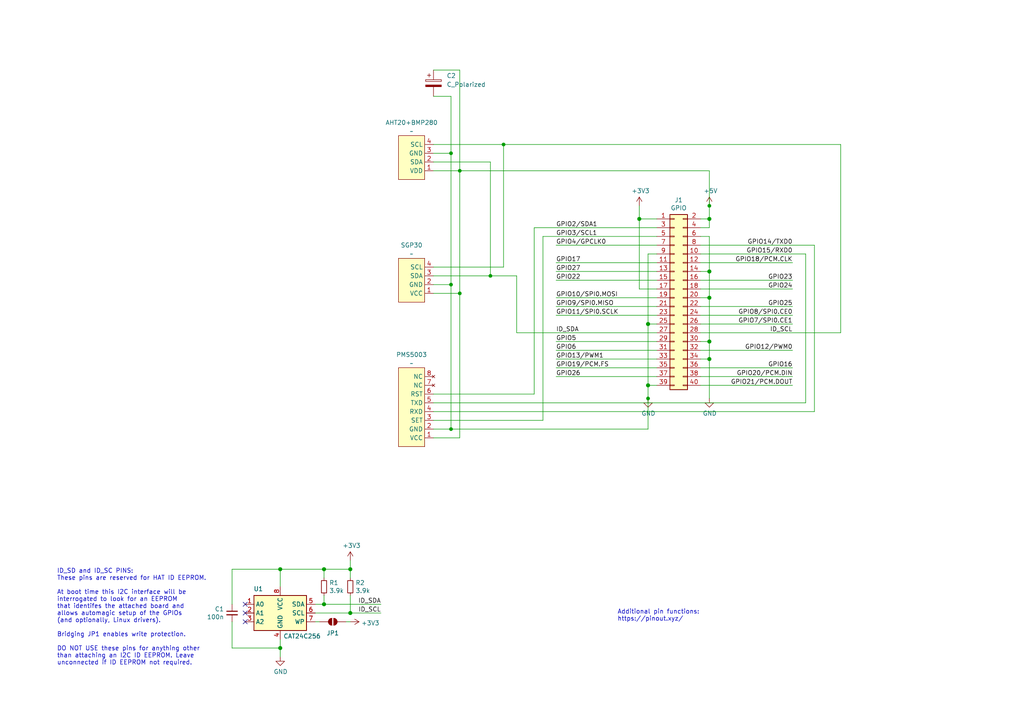
<source format=kicad_sch>
(kicad_sch (version 20250114) (generator "eeschema") (generator_version "9.0")
  (paper "A4")
  (title_block (date "15 nov 2012"))
  (lib_symbols
    (symbol "Connector_Generic:Conn_02x20_Odd_Even" (pin_names (offset 1.016) (hide yes))
      (property "Reference" "J" (at 1.27 25.4 0))
      (property "Value" "Conn_02x20_Odd_Even" (at 1.27 -27.94 0))
      (symbol "Conn_02x20_Odd_Even_1_1"
        (rectangle (start -1.27 24.13) (end 3.81 -26.67) (stroke (width 0.254)) (fill (type background)))
        (rectangle (start -1.27 22.987) (end 0 22.733) (stroke (width 0.1524)))
        (rectangle (start -1.27 20.447) (end 0 20.193) (stroke (width 0.1524)))
        (rectangle (start -1.27 17.907) (end 0 17.653) (stroke (width 0.1524)))
        (rectangle (start -1.27 15.367) (end 0 15.113) (stroke (width 0.1524)))
        (rectangle (start -1.27 12.827) (end 0 12.573) (stroke (width 0.1524)))
        (rectangle (start -1.27 10.287) (end 0 10.033) (stroke (width 0.1524)))
        (rectangle (start -1.27 7.747) (end 0 7.493) (stroke (width 0.1524)))
        (rectangle (start -1.27 5.207) (end 0 4.953) (stroke (width 0.1524)))
        (rectangle (start -1.27 2.667) (end 0 2.413) (stroke (width 0.1524)))
        (rectangle (start -1.27 0.127) (end 0 -0.127) (stroke (width 0.1524)))
        (rectangle (start -1.27 -2.413) (end 0 -2.667) (stroke (width 0.1524)))
        (rectangle (start -1.27 -4.953) (end 0 -5.207) (stroke (width 0.1524)))
        (rectangle (start -1.27 -7.493) (end 0 -7.747) (stroke (width 0.1524)))
        (rectangle (start -1.27 -10.033) (end 0 -10.287) (stroke (width 0.1524)))
        (rectangle (start -1.27 -12.573) (end 0 -12.827) (stroke (width 0.1524)))
        (rectangle (start -1.27 -15.113) (end 0 -15.367) (stroke (width 0.1524)))
        (rectangle (start -1.27 -17.653) (end 0 -17.907) (stroke (width 0.1524)))
        (rectangle (start -1.27 -20.193) (end 0 -20.447) (stroke (width 0.1524)))
        (rectangle (start -1.27 -22.733) (end 0 -22.987) (stroke (width 0.1524)))
        (rectangle (start -1.27 -25.273) (end 0 -25.527) (stroke (width 0.1524)))
        (rectangle (start 3.81 22.987) (end 2.54 22.733) (stroke (width 0.1524)))
        (rectangle (start 3.81 20.447) (end 2.54 20.193) (stroke (width 0.1524)))
        (rectangle (start 3.81 17.907) (end 2.54 17.653) (stroke (width 0.1524)))
        (rectangle (start 3.81 15.367) (end 2.54 15.113) (stroke (width 0.1524)))
        (rectangle (start 3.81 12.827) (end 2.54 12.573) (stroke (width 0.1524)))
        (rectangle (start 3.81 10.287) (end 2.54 10.033) (stroke (width 0.1524)))
        (rectangle (start 3.81 7.747) (end 2.54 7.493) (stroke (width 0.1524)))
        (rectangle (start 3.81 5.207) (end 2.54 4.953) (stroke (width 0.1524)))
        (rectangle (start 3.81 2.667) (end 2.54 2.413) (stroke (width 0.1524)))
        (rectangle (start 3.81 0.127) (end 2.54 -0.127) (stroke (width 0.1524)))
        (rectangle (start 3.81 -2.413) (end 2.54 -2.667) (stroke (width 0.1524)))
        (rectangle (start 3.81 -4.953) (end 2.54 -5.207) (stroke (width 0.1524)))
        (rectangle (start 3.81 -7.493) (end 2.54 -7.747) (stroke (width 0.1524)))
        (rectangle (start 3.81 -10.033) (end 2.54 -10.287) (stroke (width 0.1524)))
        (rectangle (start 3.81 -12.573) (end 2.54 -12.827) (stroke (width 0.1524)))
        (rectangle (start 3.81 -15.113) (end 2.54 -15.367) (stroke (width 0.1524)))
        (rectangle (start 3.81 -17.653) (end 2.54 -17.907) (stroke (width 0.1524)))
        (rectangle (start 3.81 -20.193) (end 2.54 -20.447) (stroke (width 0.1524)))
        (rectangle (start 3.81 -22.733) (end 2.54 -22.987) (stroke (width 0.1524)))
        (rectangle (start 3.81 -25.273) (end 2.54 -25.527) (stroke (width 0.1524)))
        (pin passive line (at -5.08 22.86 0) (length 3.81) (name "Pin_1") (number "1"))
        (pin passive line (at -5.08 20.32 0) (length 3.81) (name "Pin_3") (number "3"))
        (pin passive line (at -5.08 17.78 0) (length 3.81) (name "Pin_5") (number "5"))
        (pin passive line (at -5.08 15.24 0) (length 3.81) (name "Pin_7") (number "7"))
        (pin passive line (at -5.08 12.7 0) (length 3.81) (name "Pin_9") (number "9"))
        (pin passive line (at -5.08 10.16 0) (length 3.81) (name "Pin_11") (number "11"))
        (pin passive line (at -5.08 7.62 0) (length 3.81) (name "Pin_13") (number "13"))
        (pin passive line (at -5.08 5.08 0) (length 3.81) (name "Pin_15") (number "15"))
        (pin passive line (at -5.08 2.54 0) (length 3.81) (name "Pin_17") (number "17"))
        (pin passive line (at -5.08 0 0) (length 3.81) (name "Pin_19") (number "19"))
        (pin passive line (at -5.08 -2.54 0) (length 3.81) (name "Pin_21") (number "21"))
        (pin passive line (at -5.08 -5.08 0) (length 3.81) (name "Pin_23") (number "23"))
        (pin passive line (at -5.08 -7.62 0) (length 3.81) (name "Pin_25") (number "25"))
        (pin passive line (at -5.08 -10.16 0) (length 3.81) (name "Pin_27") (number "27"))
        (pin passive line (at -5.08 -12.7 0) (length 3.81) (name "Pin_29") (number "29"))
        (pin passive line (at -5.08 -15.24 0) (length 3.81) (name "Pin_31") (number "31"))
        (pin passive line (at -5.08 -17.78 0) (length 3.81) (name "Pin_33") (number "33"))
        (pin passive line (at -5.08 -20.32 0) (length 3.81) (name "Pin_35") (number "35"))
        (pin passive line (at -5.08 -22.86 0) (length 3.81) (name "Pin_37") (number "37"))
        (pin passive line (at -5.08 -25.4 0) (length 3.81) (name "Pin_39") (number "39"))
        (pin passive line (at 7.62 22.86 180) (length 3.81) (name "Pin_2") (number "2"))
        (pin passive line (at 7.62 20.32 180) (length 3.81) (name "Pin_4") (number "4"))
        (pin passive line (at 7.62 17.78 180) (length 3.81) (name "Pin_6") (number "6"))
        (pin passive line (at 7.62 15.24 180) (length 3.81) (name "Pin_8") (number "8"))
        (pin passive line (at 7.62 12.7 180) (length 3.81) (name "Pin_10") (number "10"))
        (pin passive line (at 7.62 10.16 180) (length 3.81) (name "Pin_12") (number "12"))
        (pin passive line (at 7.62 7.62 180) (length 3.81) (name "Pin_14") (number "14"))
        (pin passive line (at 7.62 5.08 180) (length 3.81) (name "Pin_16") (number "16"))
        (pin passive line (at 7.62 2.54 180) (length 3.81) (name "Pin_18") (number "18"))
        (pin passive line (at 7.62 0 180) (length 3.81) (name "Pin_20") (number "20"))
        (pin passive line (at 7.62 -2.54 180) (length 3.81) (name "Pin_22") (number "22"))
        (pin passive line (at 7.62 -5.08 180) (length 3.81) (name "Pin_24") (number "24"))
        (pin passive line (at 7.62 -7.62 180) (length 3.81) (name "Pin_26") (number "26"))
        (pin passive line (at 7.62 -10.16 180) (length 3.81) (name "Pin_28") (number "28"))
        (pin passive line (at 7.62 -12.7 180) (length 3.81) (name "Pin_30") (number "30"))
        (pin passive line (at 7.62 -15.24 180) (length 3.81) (name "Pin_32") (number "32"))
        (pin passive line (at 7.62 -17.78 180) (length 3.81) (name "Pin_34") (number "34"))
        (pin passive line (at 7.62 -20.32 180) (length 3.81) (name "Pin_36") (number "36"))
        (pin passive line (at 7.62 -22.86 180) (length 3.81) (name "Pin_38") (number "38"))
        (pin passive line (at 7.62 -25.4 180) (length 3.81) (name "Pin_40") (number "40"))
      )
    )
    (symbol "Device:C_Polarized" (pin_numbers (hide yes)) (pin_names (offset 0.254))
      (property "Reference" "C" (at 0.635 2.54 0))
      (property "Value" "C_Polarized" (at 0.635 -2.54 0))
      (symbol "C_Polarized_0_1"
        (rectangle (start -2.286 0.508) (end 2.286 1.016))
        (polyline (pts (xy -1.778 2.286) (xy -0.762 2.286)))
        (polyline (pts (xy -1.27 2.794) (xy -1.27 1.778)))
        (rectangle (start 2.286 -0.508) (end -2.286 -1.016) (fill (type outline)))
      )
      (symbol "C_Polarized_1_1"
        (pin passive line (at 0 3.81 270) (length 2.794) (name "~") (number "1"))
        (pin passive line (at 0 -3.81 90) (length 2.794) (name "~") (number "2"))
      )
    )
    (symbol "Device:C_Small" (pin_numbers (hide yes)) (pin_names (offset 0.254) (hide yes))
      (property "Reference" "C" (at 0.254 1.778 0))
      (property "Value" "C_Small" (at 0.254 -2.032 0))
      (symbol "C_Small_0_1"
        (polyline (pts (xy -1.524 0.508) (xy 1.524 0.508)) (stroke (width 0.3048)))
        (polyline (pts (xy -1.524 -0.508) (xy 1.524 -0.508)) (stroke (width 0.3302)))
      )
      (symbol "C_Small_1_1"
        (pin passive line (at 0 2.54 270) (length 2.032) (name "~") (number "1"))
        (pin passive line (at 0 -2.54 90) (length 2.032) (name "~") (number "2"))
      )
    )
    (symbol "Device:R_Small" (pin_numbers (hide yes)) (pin_names (offset 0.254) (hide yes))
      (property "Reference" "R" (at 0.762 0.508 0))
      (property "Value" "R_Small" (at 0.762 -1.016 0))
      (symbol "R_Small_0_1"
        (rectangle (start -0.762 1.778) (end 0.762 -1.778) (stroke (width 0.2032)))
      )
      (symbol "R_Small_1_1"
        (pin passive line (at 0 2.54 270) (length 0.762) (name "~") (number "1"))
        (pin passive line (at 0 -2.54 90) (length 0.762) (name "~") (number "2"))
      )
    )
    (symbol "Jumper:SolderJumper_2_Open" (pin_numbers (hide yes)) (pin_names (offset 0) (hide yes)) (exclude_from_sim yes) (in_bom no)
      (property "Reference" "JP" (at 0 2.032 0))
      (property "Value" "SolderJumper_2_Open" (at 0 -2.54 0))
      (symbol "SolderJumper_2_Open_0_1"
        (polyline (pts (xy -0.254 1.016) (xy -0.254 -1.016)))
        (arc (start -0.254 -1.016) (mid -1.2656 0) (end -0.254 1.016))
        (arc (start -0.254 -1.016) (mid -1.2656 0) (end -0.254 1.016) (fill (type outline)))
        (arc (start 0.254 1.016) (mid 1.2656 0) (end 0.254 -1.016))
        (arc (start 0.254 1.016) (mid 1.2656 0) (end 0.254 -1.016) (fill (type outline)))
        (polyline (pts (xy 0.254 1.016) (xy 0.254 -1.016)))
      )
      (symbol "SolderJumper_2_Open_1_1"
        (pin passive line (at -3.81 0 0) (length 2.54) (name "A") (number "1"))
        (pin passive line (at 3.81 0 180) (length 2.54) (name "B") (number "2"))
      )
    )
    (symbol "Memory_EEPROM:CAT24C256"
      (property "Reference" "U" (at -6.35 6.35 0))
      (property "Value" "CAT24C256" (at 1.27 6.35 0))
      (symbol "CAT24C256_1_1"
        (rectangle (start -7.62 5.08) (end 7.62 -5.08) (stroke (width 0.254)) (fill (type background)))
        (pin input line (at -10.16 2.54 0) (length 2.54) (name "A0") (number "1"))
        (pin input line (at -10.16 0 0) (length 2.54) (name "A1") (number "2"))
        (pin input line (at -10.16 -2.54 0) (length 2.54) (name "A2") (number "3"))
        (pin power_in line (at 0 7.62 270) (length 2.54) (name "VCC") (number "8"))
        (pin power_in line (at 0 -7.62 90) (length 2.54) (name "GND") (number "4"))
        (pin bidirectional line (at 10.16 2.54 180) (length 2.54) (name "SDA") (number "5"))
        (pin input line (at 10.16 0 180) (length 2.54) (name "SCL") (number "6"))
        (pin input line (at 10.16 -2.54 180) (length 2.54) (name "WP") (number "7"))
      )
    )
    (symbol "My_Library:AHT20_+_BMP280"
      (property "Reference" "U" (at 0 0 0))
      (symbol "AHT20_+_BMP280_1_1"
        (rectangle (start 2.54 2.54) (end 10.16 -10.16) (fill (type background)))
        (pin power_in line (at 0 0 0) (length 2.54) (name "VDD") (number "1"))
        (pin bidirectional line (at 0 -2.54 0) (length 2.54) (name "SDA") (number "2"))
        (pin power_in line (at 0 -5.08 0) (length 2.54) (name "GND") (number "3"))
        (pin bidirectional line (at 0 -7.62 0) (length 2.54) (name "SCL") (number "4"))
      )
    )
    (symbol "My_Library:PMS5003"
      (property "Reference" "U" (at 0 0 0))
      (symbol "PMS5003_1_1"
        (rectangle (start 2.54 2.54) (end 10.16 -20.32) (fill (type background)))
        (pin power_in line (at 0 0 0) (length 2.54) (name "VCC") (number "1"))
        (pin power_in line (at 0 -2.54 0) (length 2.54) (name "GND") (number "2"))
        (pin bidirectional line (at 0 -5.08 0) (length 2.54) (name "SET") (number "3"))
        (pin bidirectional line (at 0 -7.62 0) (length 2.54) (name "RXD") (number "4"))
        (pin bidirectional line (at 0 -10.16 0) (length 2.54) (name "TXD") (number "5"))
        (pin bidirectional line (at 0 -12.7 0) (length 2.54) (name "RST") (number "6"))
        (pin no_connect line (at 0 -15.24 0) (length 2.54) (name "NC") (number "7"))
        (pin no_connect line (at 0 -17.78 0) (length 2.54) (name "NC") (number "8"))
      )
    )
    (symbol "My_Library:SGP30"
      (property "Reference" "U" (at 0 0 0))
      (symbol "SGP30_1_1"
        (rectangle (start 2.54 2.54) (end 10.16 -10.16) (fill (type background)))
        (pin power_in line (at 0 0 0) (length 2.54) (name "VCC") (number "1"))
        (pin power_in line (at 0 -2.54 0) (length 2.54) (name "GND") (number "2"))
        (pin bidirectional line (at 0 -5.08 0) (length 2.54) (name "SDA") (number "3"))
        (pin bidirectional line (at 0 -7.62 0) (length 2.54) (name "SCL") (number "4"))
      )
    )
    (symbol "power:+3.3V" (power) (pin_numbers (hide yes)) (pin_names (offset 0) (hide yes))
      (property "Value" "+3.3V" (at 0 3.556 0))
      (symbol "+3.3V_0_1"
        (polyline (pts (xy -0.762 1.27) (xy 0 2.54)))
        (polyline (pts (xy 0 2.54) (xy 0.762 1.27)))
        (polyline (pts (xy 0 0) (xy 0 2.54)))
      )
      (symbol "+3.3V_1_1"
        (pin power_in line (at 0 0 90) (length 0) (name "~") (number "1"))
      )
    )
    (symbol "power:+5V" (power) (pin_numbers (hide yes)) (pin_names (offset 0) (hide yes))
      (property "Value" "+5V" (at 0 3.556 0))
      (symbol "+5V_0_1"
        (polyline (pts (xy -0.762 1.27) (xy 0 2.54)))
        (polyline (pts (xy 0 2.54) (xy 0.762 1.27)))
        (polyline (pts (xy 0 0) (xy 0 2.54)))
      )
      (symbol "+5V_1_1"
        (pin power_in line (at 0 0 90) (length 0) (name "~") (number "1"))
      )
    )
    (symbol "power:GND" (power) (pin_numbers (hide yes)) (pin_names (offset 0) (hide yes))
      (property "Value" "GND" (at 0 -3.81 0))
      (symbol "GND_0_1"
        (polyline (pts (xy 0 0) (xy 0 -1.27) (xy 1.27 -1.27) (xy 0 -2.54) (xy -1.27 -1.27) (xy 0 -1.27)))
      )
      (symbol "GND_1_1"
        (pin power_in line (at 0 0 270) (length 0) (name "~") (number "1"))
      )
    )
  )
  (text "Additional pin functions:\nhttps://pinout.xyz/" (at 179.07 180.34 0) (effects (font (size 1.27 1.27)) (justify left bottom)))
  (text "ID_SD and ID_SC PINS:\nThese pins are reserved for HAT ID EEPROM.\n\nAt boot time this I2C interface will be\ninterrogated to look for an EEPROM\nthat identifes the attached board and\nallows automagic setup of the GPIOs\n(and optionally, Linux drivers).\n\nBridging JP1 enables write protection.\n\nDO NOT USE these pins for anything other\nthan attaching an I2C ID EEPROM. Leave\nunconnected if ID EEPROM not required." (at 16.51 193.04 0) (effects (font (size 1.27 1.27)) (justify left bottom)))
  (junction (at 93.98 175.26) (diameter 1.016))
  (junction (at 205.74 63.5) (diameter 1.016))
  (junction (at 81.28 187.96) (diameter 1.016))
  (junction (at 205.74 78.74) (diameter 1.016))
  (junction (at 81.28 165.1) (diameter 1.016))
  (junction (at 130.81 82.55))
  (junction (at 101.6 165.1) (diameter 1.016))
  (junction (at 133.35 85.09))
  (junction (at 146.05 41.91))
  (junction (at 187.96 111.76) (diameter 1.016))
  (junction (at 187.96 93.98) (diameter 1.016))
  (junction (at 133.35 49.53))
  (junction (at 205.74 104.14) (diameter 1.016))
  (junction (at 130.81 44.45))
  (junction (at 142.24 80.01))
  (junction (at 205.74 99.06) (diameter 1.016))
  (junction (at 205.74 59.69))
  (junction (at 205.74 86.36) (diameter 1.016))
  (junction (at 101.6 177.8) (diameter 1.016))
  (junction (at 130.81 124.46))
  (junction (at 187.96 115.57))
  (junction (at 185.42 63.5) (diameter 1.016))
  (junction (at 93.98 165.1) (diameter 1.016))
  (no_connect (at 71.12 175.26))
  (no_connect (at 71.12 177.8))
  (no_connect (at 71.12 180.34))
  (wire (pts (xy 187.96 93.98) (xy 187.96 111.76)))
  (wire (pts (xy 203.2 93.98) (xy 229.87 93.98)))
  (wire (pts (xy 233.68 116.84) (xy 233.68 73.66)))
  (wire (pts (xy 190.5 76.2) (xy 161.29 76.2)))
  (wire (pts (xy 81.28 165.1) (xy 93.98 165.1)))
  (wire (pts (xy 101.6 165.1) (xy 93.98 165.1)))
  (wire (pts (xy 101.6 167.64) (xy 101.6 165.1)))
  (wire (pts (xy 236.22 119.38) (xy 236.22 71.12)))
  (wire (pts (xy 205.74 68.58) (xy 205.74 78.74)))
  (wire (pts (xy 133.35 85.09) (xy 133.35 49.53)))
  (wire (pts (xy 205.74 86.36) (xy 203.2 86.36)))
  (wire (pts (xy 205.74 49.53) (xy 205.74 59.69)))
  (wire (pts (xy 205.74 99.06) (xy 205.74 104.14)))
  (wire (pts (xy 125.73 116.84) (xy 233.68 116.84)))
  (wire (pts (xy 125.73 44.45) (xy 130.81 44.45)))
  (wire (pts (xy 130.81 27.94) (xy 125.73 27.94)))
  (wire (pts (xy 149.86 96.52) (xy 190.5 96.52)))
  (wire (pts (xy 205.74 86.36) (xy 205.74 99.06)))
  (wire (pts (xy 203.2 71.12) (xy 236.22 71.12)))
  (wire (pts (xy 187.96 73.66) (xy 187.96 93.98)))
  (wire (pts (xy 91.44 175.26) (xy 93.98 175.26)))
  (wire (pts (xy 93.98 175.26) (xy 110.49 175.26)))
  (wire (pts (xy 187.96 73.66) (xy 190.5 73.66)))
  (wire (pts (xy 91.44 180.34) (xy 92.71 180.34)))
  (wire (pts (xy 100.33 180.34) (xy 101.6 180.34)))
  (wire (pts (xy 203.2 91.44) (xy 229.87 91.44)))
  (wire (pts (xy 130.81 44.45) (xy 130.81 27.94)))
  (wire (pts (xy 161.29 99.06) (xy 190.5 99.06)))
  (wire (pts (xy 133.35 127) (xy 133.35 85.09)))
  (wire (pts (xy 130.81 124.46) (xy 187.96 124.46)))
  (wire (pts (xy 187.96 93.98) (xy 190.5 93.98)))
  (wire (pts (xy 101.6 162.56) (xy 101.6 165.1)))
  (wire (pts (xy 125.73 80.01) (xy 142.24 80.01)))
  (wire (pts (xy 203.2 81.28) (xy 229.87 81.28)))
  (wire (pts (xy 81.28 165.1) (xy 81.28 170.18)))
  (wire (pts (xy 133.35 20.32) (xy 125.73 20.32)))
  (wire (pts (xy 130.81 82.55) (xy 130.81 124.46)))
  (wire (pts (xy 203.2 111.76) (xy 229.87 111.76)))
  (wire (pts (xy 187.96 111.76) (xy 187.96 115.57)))
  (wire (pts (xy 161.29 78.74) (xy 190.5 78.74)))
  (wire (pts (xy 101.6 172.72) (xy 101.6 177.8)))
  (wire (pts (xy 125.73 124.46) (xy 130.81 124.46)))
  (wire (pts (xy 185.42 59.69) (xy 185.42 63.5)))
  (wire (pts (xy 205.74 104.14) (xy 203.2 104.14)))
  (wire (pts (xy 161.29 91.44) (xy 190.5 91.44)))
  (wire (pts (xy 157.48 68.58) (xy 190.5 68.58)))
  (wire (pts (xy 185.42 83.82) (xy 190.5 83.82)))
  (wire (pts (xy 205.74 63.5) (xy 205.74 66.04)))
  (wire (pts (xy 205.74 78.74) (xy 205.74 86.36)))
  (wire (pts (xy 203.2 76.2) (xy 229.87 76.2)))
  (wire (pts (xy 205.74 78.74) (xy 203.2 78.74)))
  (wire (pts (xy 142.24 80.01) (xy 149.86 80.01)))
  (wire (pts (xy 149.86 80.01) (xy 149.86 96.52)))
  (wire (pts (xy 125.73 114.3) (xy 154.94 114.3)))
  (wire (pts (xy 125.73 127) (xy 133.35 127)))
  (wire (pts (xy 243.84 41.91) (xy 243.84 96.52)))
  (wire (pts (xy 125.73 77.47) (xy 146.05 77.47)))
  (wire (pts (xy 161.29 71.12) (xy 190.5 71.12)))
  (wire (pts (xy 93.98 165.1) (xy 93.98 167.64)))
  (wire (pts (xy 205.74 63.5) (xy 203.2 63.5)))
  (wire (pts (xy 185.42 63.5) (xy 185.42 83.82)))
  (wire (pts (xy 203.2 83.82) (xy 229.87 83.82)))
  (wire (pts (xy 203.2 73.66) (xy 233.68 73.66)))
  (wire (pts (xy 93.98 172.72) (xy 93.98 175.26)))
  (wire (pts (xy 91.44 177.8) (xy 101.6 177.8)))
  (wire (pts (xy 101.6 177.8) (xy 110.49 177.8)))
  (wire (pts (xy 154.94 114.3) (xy 154.94 66.04)))
  (wire (pts (xy 146.05 41.91) (xy 243.84 41.91)))
  (wire (pts (xy 125.73 121.92) (xy 157.48 121.92)))
  (wire (pts (xy 161.29 81.28) (xy 190.5 81.28)))
  (wire (pts (xy 161.29 88.9) (xy 190.5 88.9)))
  (wire (pts (xy 161.29 101.6) (xy 190.5 101.6)))
  (wire (pts (xy 205.74 66.04) (xy 203.2 66.04)))
  (wire (pts (xy 161.29 106.68) (xy 190.5 106.68)))
  (wire (pts (xy 203.2 106.68) (xy 229.87 106.68)))
  (wire (pts (xy 133.35 49.53) (xy 133.35 20.32)))
  (wire (pts (xy 125.73 49.53) (xy 133.35 49.53)))
  (wire (pts (xy 203.2 101.6) (xy 229.87 101.6)))
  (wire (pts (xy 187.96 111.76) (xy 190.5 111.76)))
  (wire (pts (xy 125.73 85.09) (xy 133.35 85.09)))
  (wire (pts (xy 125.73 119.38) (xy 236.22 119.38)))
  (wire (pts (xy 203.2 109.22) (xy 229.87 109.22)))
  (wire (pts (xy 205.74 59.69) (xy 205.74 63.5)))
  (wire (pts (xy 142.24 80.01) (xy 142.24 46.99)))
  (wire (pts (xy 205.74 68.58) (xy 203.2 68.58)))
  (wire (pts (xy 146.05 41.91) (xy 125.73 41.91)))
  (wire (pts (xy 161.29 109.22) (xy 190.5 109.22)))
  (wire (pts (xy 125.73 46.99) (xy 142.24 46.99)))
  (wire (pts (xy 154.94 66.04) (xy 190.5 66.04)))
  (wire (pts (xy 125.73 82.55) (xy 130.81 82.55)))
  (wire (pts (xy 146.05 77.47) (xy 146.05 41.91)))
  (wire (pts (xy 187.96 115.57) (xy 187.96 124.46)))
  (wire (pts (xy 67.31 165.1) (xy 67.31 175.26)))
  (wire (pts (xy 67.31 180.34) (xy 67.31 187.96)))
  (wire (pts (xy 67.31 187.96) (xy 81.28 187.96)))
  (wire (pts (xy 81.28 165.1) (xy 67.31 165.1)))
  (wire (pts (xy 81.28 185.42) (xy 81.28 187.96)))
  (wire (pts (xy 81.28 187.96) (xy 81.28 190.5)))
  (wire (pts (xy 205.74 104.14) (xy 205.74 115.57)))
  (wire (pts (xy 203.2 88.9) (xy 229.87 88.9)))
  (wire (pts (xy 190.5 104.14) (xy 161.29 104.14)))
  (wire (pts (xy 205.74 99.06) (xy 203.2 99.06)))
  (wire (pts (xy 130.81 44.45) (xy 130.81 82.55)))
  (wire (pts (xy 185.42 63.5) (xy 190.5 63.5)))
  (wire (pts (xy 157.48 121.92) (xy 157.48 68.58)))
  (wire (pts (xy 133.35 49.53) (xy 205.74 49.53)))
  (wire (pts (xy 190.5 86.36) (xy 161.29 86.36)))
  (wire (pts (xy 203.2 96.52) (xy 243.84 96.52)))
  (label "ID_SDA" (at 161.29 96.52 0))
  (label "GPIO6" (at 161.29 101.6 0))
  (label "ID_SDA" (at 110.49 175.26 180))
  (label "ID_SCL" (at 229.87 96.52 180))
  (label "GPIO5" (at 161.29 99.06 0))
  (label "GPIO21{slash}PCM.DOUT" (at 229.87 111.76 180))
  (label "GPIO19{slash}PCM.FS" (at 161.29 106.68 0))
  (label "GPIO10{slash}SPI0.MOSI" (at 161.29 86.36 0))
  (label "GPIO9{slash}SPI0.MISO" (at 161.29 88.9 0))
  (label "GPIO23" (at 229.87 81.28 180))
  (label "GPIO4{slash}GPCLK0" (at 161.29 71.12 0))
  (label "GPIO27" (at 161.29 78.74 0))
  (label "GPIO26" (at 161.29 109.22 0))
  (label "GPIO14{slash}TXD0" (at 229.87 71.12 180))
  (label "GPIO8{slash}SPI0.CE0" (at 229.87 91.44 180))
  (label "GPIO15{slash}RXD0" (at 229.87 73.66 180))
  (label "GPIO16" (at 229.87 106.68 180))
  (label "GPIO22" (at 161.29 81.28 0))
  (label "GPIO2{slash}SDA1" (at 161.29 66.04 0))
  (label "GPIO17" (at 161.29 76.2 0))
  (label "GPIO25" (at 229.87 88.9 180))
  (label "GPIO3{slash}SCL1" (at 161.29 68.58 0))
  (label "GPIO18{slash}PCM.CLK" (at 229.87 76.2 180))
  (label "GPIO12{slash}PWM0" (at 229.87 101.6 180))
  (label "GPIO13{slash}PWM1" (at 161.29 104.14 0))
  (label "GPIO20{slash}PCM.DIN" (at 229.87 109.22 180))
  (label "GPIO24" (at 229.87 83.82 180))
  (label "GPIO7{slash}SPI0.CE1" (at 229.87 93.98 180))
  (label "ID_SCL" (at 110.49 177.8 180))
  (label "GPIO11{slash}SPI0.SCLK" (at 161.29 91.44 0))
  (symbol (lib_id "power:+5V") (at 205.74 59.69 0) (unit 1)
    (property "Reference" "#PWR01" (effects (hide yes)))
    (property "Value" "+5V" (at 206.1083 55.3656 0))
    (property "Description" "Power symbol creates a global label with name \"+5V\"" (effects (hide yes)))
  )
  (symbol (lib_id "power:+3.3V") (at 185.42 59.69 0) (unit 1)
    (property "Reference" "#PWR04" (effects (hide yes)))
    (property "Value" "+3V3" (at 185.7883 55.3656 0))
    (property "Description" "Power symbol creates a global label with name \"+3.3V\"" (effects (hide yes)))
  )
  (symbol (lib_id "power:GND") (at 205.74 115.57 0) (unit 1)
    (property "Reference" "#PWR02" (effects (hide yes)))
    (property "Value" "GND" (at 205.8543 119.8944 0))
    (property "Description" "Power symbol creates a global label with name \"GND\" , ground" (effects (hide yes)))
  )
  (symbol (lib_id "power:GND") (at 187.96 115.57 0) (unit 1)
    (property "Reference" "#PWR03" (effects (hide yes)))
    (property "Value" "GND" (at 188.0743 119.8944 0))
    (property "Description" "Power symbol creates a global label with name \"GND\" , ground" (effects (hide yes)))
  )
  (symbol (lib_id "Connector_Generic:Conn_02x20_Odd_Even") (at 195.58 86.36 0) (unit 1)
    (property "Reference" "J1" (at 196.85 58.0198 0))
    (property "Value" "GPIO" (at 196.85 60.325 0))
    (property "Footprint" "Connector_PinSocket_2.54mm:PinSocket_2x20_P2.54mm_Vertical" (effects (hide yes)))
    (property "Description" "Generic connector, double row, 02x20, odd/even pin numbering scheme (row 1 odd numbers, row 2 even numbers), script generated (kicad-library-utils/schlib/autogen/connector/)" (effects (hide yes)))
  )
  (symbol (lib_id "Device:C_Small") (at 67.31 177.8 0) (unit 1)
    (property "Reference" "C1" (at 64.9858 176.6506 0) (effects (justify right)))
    (property "Value" "100n" (at 64.9858 178.9493 0) (effects (justify right)))
    (property "Description" "Unpolarized capacitor, small symbol" (effects (hide yes)))
  )
  (symbol (lib_id "Device:R_Small") (at 93.98 170.18 0) (unit 1)
    (property "Reference" "R1" (at 95.4786 169.037 0) (effects (justify left)))
    (property "Value" "3.9k" (at 95.4787 171.3293 0) (effects (justify left)))
    (property "Description" "Resistor, small symbol" (effects (hide yes)))
  )
  (symbol (lib_id "Jumper:SolderJumper_2_Open") (at 96.52 180.34 0) (unit 1)
    (property "Reference" "JP1" (at 96.52 183.623 0))
    (property "Value" "ID_WP" (effects (hide yes)))
    (property "Description" "Solder Jumper, 2-pole, open" (effects (hide yes)))
  )
  (symbol (lib_id "Device:R_Small") (at 101.6 170.18 0) (unit 1)
    (property "Reference" "R2" (at 103.0986 169.037 0) (effects (justify left)))
    (property "Value" "3.9k" (at 103.0987 171.3293 0) (effects (justify left)))
    (property "Description" "Resistor, small symbol" (effects (hide yes)))
  )
  (symbol (lib_id "power:+3.3V") (at 101.6 162.56 0) (unit 1)
    (property "Reference" "#PWR0101" (effects (hide yes)))
    (property "Value" "+3V3" (at 101.9683 158.2356 0))
    (property "Description" "Power symbol creates a global label with name \"+3.3V\"" (effects (hide yes)))
  )
  (symbol (lib_id "My_Library:AHT20_+_BMP280") (at 125.73 49.53 180) (unit 1)
    (property "Reference" "AHT20+BMP280" (at 119.38 35.56 0))
    (property "Value" "~" (at 119.38 38.1 0))
    (property "Footprint" "My_Library:AHT20 + BMP280" (effects (hide yes)))
  )
  (symbol (lib_id "Memory_EEPROM:CAT24C256") (at 81.28 177.8 0) (unit 1)
    (property "Reference" "U1" (at 74.93 170.7958 0))
    (property "Value" "CAT24C256" (at 87.63 184.5245 0))
    (property "Datasheet" "https://www.onsemi.cn/PowerSolutions/document/CAT24C256-D.PDF" (effects (hide yes)))
    (property "Description" "256 kb CMOS Serial EEPROM, DIP-8/SOIC-8/TSSOP-8/DFN-8" (effects (hide yes)))
  )
  (symbol (lib_id "My_Library:PMS5003") (at 125.73 127 180) (unit 1)
    (property "Reference" "PMS5003" (at 119.38 102.87 0))
    (property "Value" "~" (at 119.38 105.41 0))
    (property "Footprint" "My_Library:PMS5003" (effects (hide yes)))
  )
  (symbol (lib_id "power:GND") (at 81.28 190.5 0) (unit 1)
    (property "Reference" "#PWR0102" (effects (hide yes)))
    (property "Value" "GND" (at 81.3943 194.8244 0))
    (property "Description" "Power symbol creates a global label with name \"GND\" , ground" (effects (hide yes)))
  )
  (symbol (lib_id "power:+3.3V") (at 101.6 180.34 270) (unit 1)
    (property "Reference" "#PWR0103" (effects (hide yes)))
    (property "Value" "+3V3" (at 104.7751 180.7083 90) (effects (justify left)))
    (property "Description" "Power symbol creates a global label with name \"+3.3V\"" (effects (hide yes)))
  )
  (symbol (lib_id "My_Library:SGP30") (at 125.73 85.09 180) (unit 1)
    (property "Reference" "SGP30" (at 119.38 71.12 0))
    (property "Value" "~" (at 119.38 73.66 0))
    (property "Footprint" "My_Library:SGP30" (effects (hide yes)))
  )
  (symbol (lib_id "Device:C_Polarized") (at 125.73 24.13 0) (unit 1)
    (property "Reference" "C2" (at 129.54 21.9709 0) (effects (justify left)))
    (property "Value" "C_Polarized" (at 129.54 24.5109 0) (effects (justify left)))
    (property "Footprint" "Capacitor_THT:CP_Radial_D5.0mm_P2.50mm" (effects (hide yes)))
    (property "Description" "Polarized capacitor" (effects (hide yes)))
  )
)
</source>
